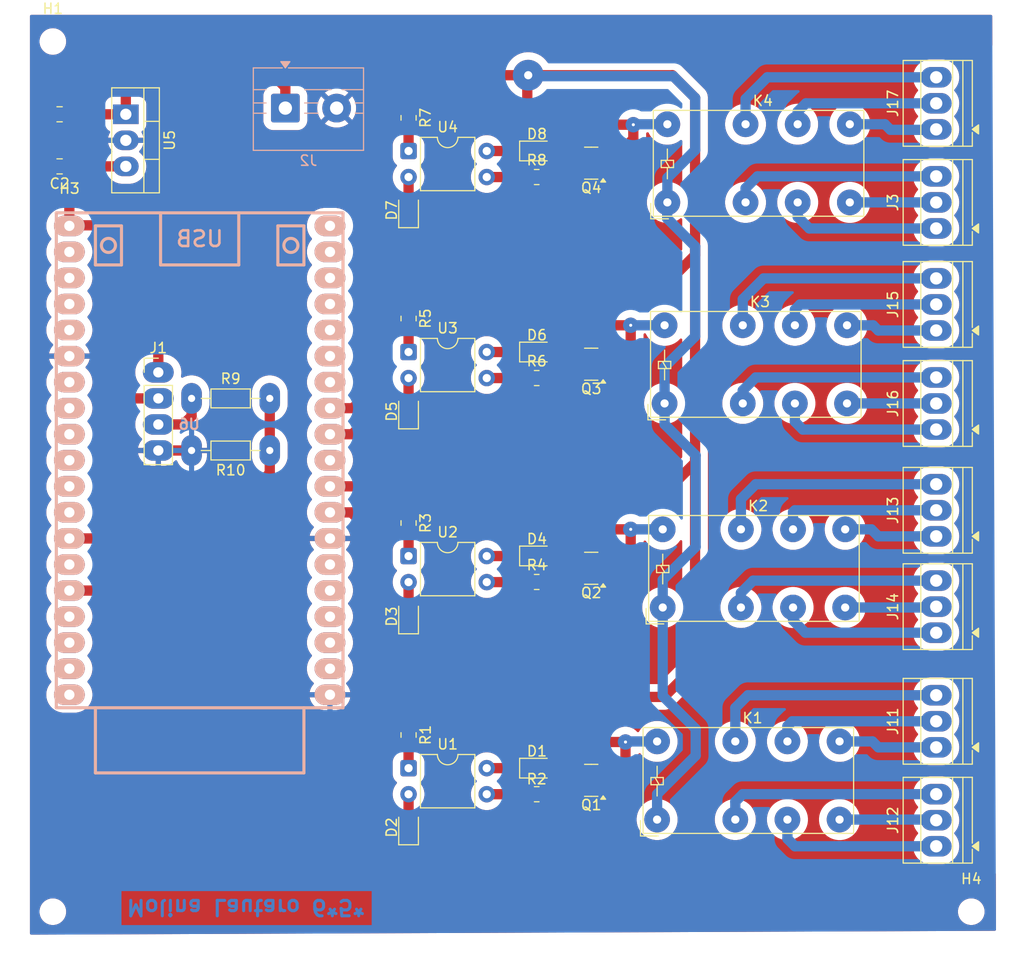
<source format=kicad_pcb>
(kicad_pcb (version 20241229) (generator "pcbnew") (generator_version "9.0")
  (layers (0 "F.Cu" signal) (2 "B.Cu" signal) (13 "F.Paste" user) (15 "B.Paste" user) (5 "F.SilkS" user "F.Silkscreen") (7 "B.SilkS" user "B.Silkscreen") (1 "F.Mask" user) (3 "B.Mask" user) (25 "Edge.Cuts" user))
  (net 0 "")
  (net 1 "Net-(D1-A)")
  (net 2 "Net-(D2-A)")
  (net 3 "GND")
  (net 4 "Net-(D3-A)")
  (net 5 "Net-(D4-A)")
  (net 6 "Net-(D5-A)")
  (net 7 "Net-(D6-A)")
  (net 8 "Net-(D7-A)")
  (net 9 "Net-(D8-A)")
  (net 10 "Net-(Q1-B)")
  (net 11 "Net-(Q2-B)")
  (net 12 "Net-(Q3-B)")
  (net 13 "Net-(Q4-B)")
  (net 14 "Net-(R1-Pad2)")
  (net 15 "Net-(R2-Pad1)")
  (net 16 "Net-(R3-Pad2)")
  (net 17 "Net-(R4-Pad1)")
  (net 18 "Net-(R5-Pad2)")
  (net 19 "Net-(R6-Pad1)")
  (net 20 "Net-(R7-Pad2)")
  (net 21 "Net-(R8-Pad1)")
  (net 22 "+5V")
  (net 23 "+12V")
  (net 24 "NC-1-11")
  (net 25 "NO-2-12")
  (net 26 "NC-2-13")
  (net 27 "CO-2-13")
  (net 28 "NO-2-13")
  (net 29 "NC-1-14")
  (net 30 "NO-1-14")
  (net 31 "CO-1-14")
  (net 32 "NC-2-15")
  (net 33 "CO-2-15")
  (net 34 "NO-2-15")
  (net 35 "NC-1-16")
  (net 36 "NO-1-16")
  (net 37 "CO-1-16")
  (net 38 "NO-2-17")
  (net 39 "NC-2-17")
  (net 40 "CO-2-17")
  (net 41 "NO-1-18")
  (net 42 "CO-1-18")
  (net 43 "NC-1-18")
  (net 44 "NC-2-12")
  (net 45 "CO-2-12")
  (net 46 "DATO K1")
  (net 47 "DATO K2")
  (net 48 "DATO K3")
  (net 49 "DATO K4")
  (net 77 "NO-1-11")
  (net 78 "CO-1-11")
  (net 79 "trig")
  (net 80 "echo")
  (net 81 "D echo")
  (footprint "TerminalBlock:TerminalBlock_Xinya_XY308-2.54-3P_1x03_P2.54mm_Horizontal" (layer "F.Cu") (at 119.18125 165.613 90)
    (property "Reference" "J11")
    (property "Value" "Screw_Terminal_01x03")
  )
  (footprint "Relay_THT:Relay_DPDT_Finder_30.22" (layer "F.Cu") (at 92.5285 151.9775)
    (property "Reference" "K2")
    (property "Value" "HK19F-DCxxV-SHC")
  )
  (footprint "TerminalBlock:TerminalBlock_Xinya_XY308-2.54-3P_1x03_P2.54mm_Horizontal" (layer "F.Cu") (at 119.18125 145.039 90)
    (property "Reference" "J13")
    (property "Value" "Screw_Terminal_01x03")
  )
  (footprint "TerminalBlock:TerminalBlock_Xinya_XY308-2.54-3P_1x03_P2.54mm_Horizontal" (layer "F.Cu") (at 119.18125 154.437 90)
    (property "Reference" "J14")
    (property "Value" "Screw_Terminal_01x03")
  )
  (footprint "MacroLib:TO-220-3_Vertical" (layer "F.Cu") (at 40.203 106.596 -90)
    (property "Reference" "U5")
    (property "Value" "L7805")
  )
  (footprint "Diode_SMD:D_0805_2012Metric" (layer "F.Cu") (at 80.2675 107.465)
    (property "Reference" "D8")
    (property "Value" "D")
  )
  (footprint "Package_DIP:DIP-4_W7.62mm" (layer "F.Cu") (at 67.75875 146.965)
    (property "Reference" "U2")
    (property "Value" "EL817")
  )
  (footprint "Package_TO_SOT_SMD:SOT-23" (layer "F.Cu") (at 85.56125 148.1525 180)
    (property "Reference" "Q2")
    (property "Value" "BF457")
  )
  (footprint "TerminalBlock:TerminalBlock_Xinya_XY308-2.54-3P_1x03_P2.54mm_Horizontal" (layer "F.Cu") (at 119.18125 115.0175 90)
    (property "Reference" "J3")
    (property "Value" "Screw_Terminal_01x03")
  )
  (footprint "Relay_THT:Relay_DPDT_Finder_30.22" (layer "F.Cu") (at 92.98125 112.4775)
    (property "Reference" "K4")
    (property "Value" "HK19F-DCxxV-SHC")
  )
  (footprint "TerminalBlock:TerminalBlock_Xinya_XY308-2.54-3P_1x03_P2.54mm_Horizontal" (layer "F.Cu") (at 119.18125 124.968 90)
    (property "Reference" "J15")
    (property "Value" "Screw_Terminal_01x03")
  )
  (footprint "TerminalBlock:TerminalBlock_Xinya_XY308-2.54-3P_1x03_P2.54mm_Horizontal" (layer "F.Cu") (at 119.18125 134.625 90)
    (property "Reference" "J16")
    (property "Value" "Screw_Terminal_01x03")
  )
  (footprint "TerminalBlock:TerminalBlock_Xinya_XY308-2.54-3P_1x03_P2.54mm_Horizontal" (layer "F.Cu") (at 119.18125 175.26 90)
    (property "Reference" "J12")
    (property "Value" "Screw_Terminal_01x03")
  )
  (footprint "Capacitor_SMD:C_0805_2012Metric" (layer "F.Cu") (at 33.75 108.966 180)
    (property "Reference" "C2")
    (property "Value" "0.1")
  )
  (footprint "LED_SMD:LED_0805_2012Metric" (layer "F.Cu") (at 67.75875 113.2575 90)
    (property "Reference" "D7")
    (property "Value" "LED")
  )
  (footprint "LED_SMD:LED_0805_2012Metric" (layer "F.Cu") (at 67.75875 152.8575 90)
    (property "Reference" "D3")
    (property "Value" "LED")
  )
  (footprint "Resistor_SMD:R_0805_2012Metric" (layer "F.Cu") (at 80.2475 110.005)
    (property "Reference" "R8")
    (property "Value" "510")
  )
  (footprint "MountingHole:MountingHole_2.1mm" (layer "F.Cu") (at 122.6 181.64)
    (property "Reference" "H4")
    (property "Value" "MountingHole")
  )
  (footprint "Diode_SMD:D_0805_2012Metric" (layer "F.Cu") (at 80.2675 127.0675)
    (property "Reference" "D6")
    (property "Value" "D")
  )
  (footprint "Resistor_SMD:R_0805_2012Metric" (layer "F.Cu") (at 80.2475 149.49)
    (property "Reference" "R4")
    (property "Value" "510")
  )
  (footprint "Package_TO_SOT_SMD:SOT-23" (layer "F.Cu") (at 85.56125 108.6525 180)
    (property "Reference" "Q4")
    (property "Value" "BF457")
  )
  (footprint "Package_DIP:DIP-4_W7.62mm" (layer "F.Cu") (at 67.75875 127.0675)
    (property "Reference" "U3")
    (property "Value" "EL817")
  )
  (footprint "LED_SMD:LED_0805_2012Metric" (layer "F.Cu") (at 67.75875 173.43 90)
    (property "Reference" "D2")
    (property "Value" "LED")
  )
  (footprint "Resistor_SMD:R_0805_2012Metric" (layer "F.Cu") (at 67.75875 123.8 -90)
    (property "Reference" "R5")
    (property "Value" "100")
  )
  (footprint "Resistor_THT:R_Axial_DIN0204_L3.6mm_D1.6mm_P7.62mm_Horizontal" (layer "F.Cu") (at 54.232 136.67 180)
    (property "Reference" "R10")
    (property "Value" "2k")
  )
  (footprint "Relay_THT:Relay_DPDT_Finder_30.22" (layer "F.Cu") (at 92.71 132.08)
    (property "Reference" "K3")
    (property "Value" "HK19F-DCxxV-SHC")
  )
  (footprint "TerminalBlock:TerminalBlock_Xinya_XY308-2.54-3P_1x03_P2.54mm_Horizontal" (layer "F.Cu") (at 119.18125 105.3575 90)
    (property "Reference" "J17")
    (property "Value" "Screw_Terminal_01x03" (hide yes))
  )
  (footprint "Resistor_SMD:R_0805_2012Metric" (layer "F.Cu") (at 67.75875 104.2325 -90)
    (property "Reference" "R7")
    (property "Value" "100")
  )
  (footprint "Resistor_SMD:R_0805_2012Metric" (layer "F.Cu") (at 67.75875 143.74 -90)
    (property "Reference" "R3")
    (property "Value" "100")
  )
  (footprint "LED_SMD:LED_0805_2012Metric" (layer "F.Cu") (at 67.75875 132.87 90)
    (property "Reference" "D5")
    (property "Value" "LED")
  )
  (footprint "Capacitor_SMD:C_0805_2012Metric" (layer "F.Cu") (at 33.75 103.886 180)
    (property "Reference" "C1" (hide yes))
    (property "Value" "0.33")
  )
  (footprint "Package_TO_SOT_SMD:SOT-23" (layer "F.Cu") (at 85.56125 128.255 180)
    (property "Reference" "Q3")
    (property "Value" "BF457")
  )
  (footprint "Resistor_SMD:R_0805_2012Metric" (layer "F.Cu") (at 80.2475 129.6075)
    (property "Reference" "R6")
    (property "Value" "510")
  )
  (footprint "Diode_SMD:D_0805_2012Metric" (layer "F.Cu") (at 80.2675 146.95)
    (property "Reference" "D4")
    (property "Value" "D")
  )
  (footprint "Resistor_SMD:R_0805_2012Metric" (layer "F.Cu") (at 80.2475 170.185)
    (property "Reference" "R2")
    (property "Value" "510")
  )
  (footprint "Connector_PinHeader_2.54mm:PinHeader_1x04_P2.54mm_Vertical" (layer "F.Cu") (at 43.37 129.05)
    (property "Reference" "J1")
    (property "Value" "Conn_01x04_Pin")
  )
  (footprint "Resistor_THT:R_Axial_DIN0204_L3.6mm_D1.6mm_P7.62mm_Horizontal" (layer "F.Cu") (at 46.612 131.59)
    (property "Reference" "R9")
    (property "Value" "1k")
  )
  (footprint "Relay_THT:Relay_DPDT_Finder_30.22" (layer "F.Cu") (at 91.98125 172.6575)
    (property "Reference" "K1")
    (property "Value" "HK19F-DCxxV-SHC")
  )
  (footprint "Diode_SMD:D_0805_2012Metric" (layer "F.Cu") (at 80.2675 167.645)
    (property "Reference" "D1")
    (property "Value" "D")
  )
  (footprint "MountingHole:MountingHole_2.1mm" (layer "F.Cu") (at 33.09 96.79)
    (property "Reference" "H1")
    (property "Value" "MountingHole")
  )
  (footprint "Package_DIP:DIP-4_W7.62mm" (layer "F.Cu") (at 67.75875 107.465)
    (property "Reference" "U4")
    (property "Value" "EL817" (hide yes))
  )
  (footprint "MountingHole:MountingHole_2.1mm" (layer "F.Cu") (at 33.09 181.64)
    (property "Reference" "H3")
    (property "Value" "MountingHole")
  )
  (footprint "Package_TO_SOT_SMD:SOT-23" (layer "F.Cu") (at 85.56125 168.8325 180)
    (property "Reference" "Q1")
    (property "Value" "BF457")
  )
  (footprint "Package_DIP:DIP-4_W7.62mm" (layer "F.Cu") (at 67.75875 167.645)
    (property "Reference" "U1")
    (property "Value" "EL817")
  )
  (footprint "Resistor_SMD:R_0805_2012Metric" (layer "F.Cu") (at 67.75875 164.41 -90)
    (property "Reference" "R1")
    (property "Value" "100")
  )
  (footprint "EESTN5:ESP32_DEVKITC" (layer "B.Cu") (at 47.4 137.625 90)
    (property "Reference" "U6")
    (property "Value" "ESP32_DEVKITC" (hide yes))
  )
  (footprint "TerminalBlock:TerminalBlock_MaiXu_MX126-5.0-02P_1x02_P5.00mm" (layer "B.Cu") (at 55.75 103.2825)
    (property "Reference" "J2")
    (property "Value" "Screw_Terminal_01x02")
  )
  (gr_text "+" (at 54.5 97 0) (layer "F.Cu") (effects (font (size 1.5 1.5) (thickness 0.3) (bold yes)) (justify left bottom)))
  (gr_text "no,nc,co" (at 124.5 127 90) (layer "F.Cu") (effects (font (size 1.5 1.5) (thickness 0.3) (bold yes)) (justify left bottom)))
  (gr_text "no,nc,co" (at 124.5 168 90) (layer "F.Cu") (effects (font (size 1.5 1.5) (thickness 0.3) (bold yes)) (justify left bottom)))
  (gr_text "-\n" (at 60 97 0) (layer "F.Cu") (effects (font (size 1.5 1.5) (thickness 0.3) (bold yes)) (justify left bottom)))
  (gr_text "no,nc,co" (at 124.5 107.5 90) (layer "F.Cu") (effects (font (size 1.5 1.5) (thickness 0.3) (bold yes)) (justify left bottom)))
  (gr_text "nc,no,co" (at 124.5 137 90) (layer "F.Cu") (effects (font (size 1.5 1.5) (thickness 0.3) (bold yes)) (justify left bottom)))
  (gr_text "nc,no,co" (at 124.5 117.5 90) (layer "F.Cu") (effects (font (size 1.5 1.5) (thickness 0.3) (bold yes)) (justify left bottom)))
  (gr_text "no,nc,co" (at 124.5 147.5 90) (layer "F.Cu") (effects (font (size 1.5 1.5) (thickness 0.3) (bold yes)) (justify left bottom)))
  (gr_text "nc,no,co" (at 124.5 177.5 90) (layer "F.Cu") (effects (font (size 1.5 1.5) (thickness 0.3) (bold yes)) (justify left bottom)))
  (gr_text "nc,no,co" (at 124.5 157.5 90) (layer "F.Cu") (effects (font (size 1.5 1.5) (thickness 0.3) (bold yes)) (justify left bottom)))
  (gr_text "Molina Lautaro 6*5*" (at 40.132 180.34 180) (layer "B.Cu") (effects (font (size 1.5 1.5) (thickness 0.3) (bold yes)) (justify left bottom mirror)))
  (segment (start 81.205 166.385) (end 81.205 167.645) (width 1) (layer "F.Cu") (net 1))
  (segment (start 82.495 165.095) (end 81.205 166.385) (width 1) (layer "F.Cu") (net 1))
  (segment (start 91.92375 165.095) (end 91.98125 165.0375) (width 0.2) (layer "F.Cu") (net 1))
  (segment (start 86.18125 165.095) (end 88.9 165.095) (width 1) (layer "F.Cu") (net 1))
  (segment (start 88.9 165.095) (end 88.9 167.31) (width 1) (layer "F.Cu") (net 1))
  (segment (start 88.9 167.31) (end 88.3275 167.8825) (width 1) (layer "F.Cu") (net 1))
  (segment (start 86.18125 165.095) (end 82.495 165.095) (width 1) (layer "F.Cu") (net 1))
  (segment (start 88.3275 167.8825) (end 86.49875 167.8825) (width 1) (layer "F.Cu") (net 1))
  (segment (start 86.11875 165.1575) (end 86.18125 165.095) (width 0.2) (layer "F.Cu") (net 1))
  (via (at 88.9 165.095) (size 1.5) (drill 0.3) (layers "F.Cu" "B.Cu") (net 1))
  (segment (start 91.98125 165.0375) (end 88.9575 165.0375) (width 1) (layer "B.Cu") (net 1))
  (segment (start 88.9575 165.0375) (end 88.9 165.095) (width 0.2) (layer "B.Cu") (net 1))
  (segment (start 67.75875 172.4925) (end 67.75875 170.185) (width 1) (layer "F.Cu") (net 2))
  (segment (start 43.37 136.67) (end 46.612 136.67) (width 1) (layer "F.Cu") (net 3))
  (segment (start 67.75875 149.505) (end 67.75875 151.92) (width 1) (layer "F.Cu") (net 4))
  (segment (start 88.4975 147.2025) (end 89.408 146.292) (width 1) (layer "F.Cu") (net 5))
  (segment (start 86.49875 147.2025) (end 88.4975 147.2025) (width 1) (layer "F.Cu") (net 5))
  (segment (start 82.2625 144.3575) (end 89.408 144.3575) (width 1) (layer "F.Cu") (net 5))
  (segment (start 89.408 146.292) (end 89.408 144.3575) (width 1) (layer "F.Cu") (net 5))
  (segment (start 81.205 145.415) (end 82.2625 144.3575) (width 1) (layer "F.Cu") (net 5))
  (segment (start 81.205 146.95) (end 81.205 145.415) (width 1) (layer "F.Cu") (net 5))
  (via (at 89.408 144.3575) (size 1.5) (drill 0.3) (layers "F.Cu" "B.Cu") (net 5))
  (segment (start 92.5285 144.3575) (end 89.408 144.3575) (width 1) (layer "B.Cu") (net 5))
  (segment (start 67.75875 131.9325) (end 67.75875 129.6075) (width 1) (layer "F.Cu") (net 6))
  (segment (start 89.423 124.475) (end 89.408 124.46) (width 1) (layer "F.Cu") (net 7))
  (segment (start 89.408 124.46) (end 89.408 126.202) (width 1) (layer "F.Cu") (net 7))
  (segment (start 88.305 127.305) (end 86.49875 127.305) (width 1) (layer "F.Cu") (net 7))
  (segment (start 81.205 125.635) (end 81.205 127.0675) (width 1) (layer "F.Cu") (net 7))
  (segment (start 89.408 124.46) (end 82.38 124.46) (width 1) (layer "F.Cu") (net 7))
  (segment (start 82.38 124.46) (end 81.205 125.635) (width 1) (layer "F.Cu") (net 7))
  (segment (start 89.408 126.202) (end 88.305 127.305) (width 1) (layer "F.Cu") (net 7))
  (via (at 89.408 124.46) (size 1.5) (drill 0.3) (layers "F.Cu" "B.Cu") (net 7))
  (segment (start 92.71 124.46) (end 89.408 124.46) (width 1) (layer "B.Cu") (net 7))
  (segment (start 67.75875 112.32) (end 67.75875 110.005) (width 1) (layer "F.Cu") (net 8))
  (segment (start 67.818 110.0775) (end 67.823 110.0825) (width 0.2) (layer "F.Cu") (net 8))
  (segment (start 89.662 104.902) (end 89.662 106.298) (width 1) (layer "F.Cu") (net 9))
  (segment (start 88.2575 107.7025) (end 86.49875 107.7025) (width 1) (layer "F.Cu") (net 9))
  (segment (start 89.662 106.298) (end 88.2575 107.7025) (width 1) (layer "F.Cu") (net 9))
  (segment (start 89.5835 104.8235) (end 89.662 104.902) (width 1) (layer "F.Cu") (net 9))
  (segment (start 81.205 107.465) (end 81.205 106.295) (width 1) (layer "F.Cu") (net 9))
  (segment (start 82.598 104.902) (end 89.662 104.902) (width 1) (layer "F.Cu") (net 9))
  (segment (start 89.7065 104.8575) (end 89.662 104.902) (width 0.2) (layer "F.Cu") (net 9))
  (segment (start 81.205 106.295) (end 82.598 104.902) (width 1) (layer "F.Cu") (net 9))
  (via (at 89.662 104.902) (size 1.5) (drill 0.3) (layers "F.Cu" "B.Cu") (net 9))
  (segment (start 92.98125 104.8575) (end 89.7065 104.8575) (width 1) (layer "B.Cu") (net 9))
  (segment (start 89.7065 104.8575) (end 89.662 104.902) (width 0.2) (layer "B.Cu") (net 9))
  (segment (start 84.62375 168.8325) (end 83.7475 168.8325) (width 1) (layer "F.Cu") (net 10))
  (segment (start 82.395 170.185) (end 81.16 170.185) (width 1) (layer "F.Cu") (net 10))
  (segment (start 83.7475 168.8325) (end 82.395 170.185) (width 1) (layer "F.Cu") (net 10))
  (segment (start 81.16 149.49) (end 82.14 149.49) (width 1) (layer "F.Cu") (net 11))
  (segment (start 82.14 149.49) (end 83.4775 148.1525) (width 1) (layer "F.Cu") (net 11))
  (segment (start 83.4775 148.1525) (end 84.62375 148.1525) (width 1) (layer "F.Cu") (net 11))
  (segment (start 84.62375 128.255) (end 83.535 128.255) (width 1) (layer "F.Cu") (net 12))
  (segment (start 82.1825 129.6075) (end 81.16 129.6075) (width 1) (layer "F.Cu") (net 12))
  (segment (start 83.535 128.255) (end 82.1825 129.6075) (width 1) (layer "F.Cu") (net 12))
  (segment (start 82.125 110.005) (end 83.4775 108.6525) (width 1) (layer "F.Cu") (net 13))
  (segment (start 83.4775 108.6525) (end 84.62375 108.6525) (width 1) (layer "F.Cu") (net 13))
  (segment (start 81.16 110.005) (end 82.125 110.005) (width 1) (layer "F.Cu") (net 13))
  (segment (start 67.75875 167.645) (end 67.75875 165.3225) (width 1) (layer "F.Cu") (net 14))
  (segment (start 75.37875 170.185) (end 79.335 170.185) (width 1) (layer "F.Cu") (net 15))
  (segment (start 67.75875 146.965) (end 67.75875 144.6525) (width 1) (layer "F.Cu") (net 16))
  (segment (start 75.81375 149.505) (end 79.32 149.505) (width 1) (layer "F.Cu") (net 17))
  (segment (start 79.32 149.505) (end 79.335 149.49) (width 1) (layer "F.Cu") (net 17))
  (segment (start 67.75875 127.0675) (end 67.75875 124.7125) (width 1) (layer "F.Cu") (net 18))
  (segment (start 75.06375 129.505) (end 75.37875 129.82) (width 0.2) (layer "F.Cu") (net 19))
  (segment (start 75.37875 129.6075) (end 79.335 129.6075) (width 1) (layer "F.Cu") (net 19))
  (segment (start 67.75875 107.465) (end 67.75875 105.145) (width 1) (layer "F.Cu") (net 20))
  (segment (start 75.37875 110.005) (end 79.335 110.005) (width 1) (layer "F.Cu") (net 21))
  (segment (start 75.443 110.0825) (end 75.438 110.0775) (width 1) (layer "F.Cu") (net 21))
  (segment (start 43.37 117.95) (end 43.37 129.05) (width 1) (layer "F.Cu") (net 22))
  (segment (start 34.7 114.765) (end 34.7 108.966) (width 1) (layer "F.Cu") (net 22))
  (segment (start 34.754 114.711) (end 34.7 114.765) (width 0.2) (layer "F.Cu") (net 22))
  (segment (start 40.131 114.711) (end 43.37 117.95) (width 1) (layer "F.Cu") (net 22))
  (segment (start 34.754 114.711) (end 40.131 114.711) (width 1) (layer "F.Cu") (net 22))
  (segment (start 34.7 108.966) (end 40.203 108.966) (width 1) (layer "F.Cu") (net 22))
  (segment (start 53.5 100.076) (end 54.576 100.076) (width 1) (layer "F.Cu") (net 23))
  (segment (start 92.65125 160.7) (end 95.68125 157.67) (width 1) (layer "F.Cu") (net 23))
  (segment (start 40.203 100.297) (end 40.203 103.886) (width 1) (layer "F.Cu") (net 23))
  (segment (start 95.68125 117.61875) (end 95.68125 116.76) (width 1) (layer "F.Cu") (net 23))
  (segment (start 79.33 100.166) (end 79.42 100.076) (width 1) (layer "F.Cu") (net 23))
  (segment (start 84.0625 139.7) (end 93.83875 139.7) (width 1) (layer "F.Cu") (net 23))
  (segment (start 79.33 165.8) (end 79.33 167.645) (width 1) (layer "F.Cu") (net 23))
  (segment (start 83.95 119.39) (end 93.91 119.39) (width 1) (layer "F.Cu") (net 23))
  (segment (start 79.33 127.0675) (end 79.33 124.01) (width 1) (layer "F.Cu") (net 23))
  (segment (start 75.81375 146.965) (end 79.315 146.965) (width 1) (layer "F.Cu") (net 23))
  (segment (start 40.424 100.076) (end 52 100.076) (width 1) (layer "F.Cu") (net 23))
  (segment (start 84.43 160.7) (end 92.65125 160.7) (width 1) (layer "F.Cu") (net 23))
  (segment (start 93.91 119.39) (end 95.68125 117.61875) (width 1) (layer "F.Cu") (net 23))
  (segment (start 95.68125 102.28525) (end 93.472 100.076) (width 1) (layer "F.Cu") (net 23))
  (segment (start 52 100.076) (end 53.5 100.076) (width 1) (layer "F.Cu") (net 23))
  (segment (start 54.576 100.076) (end 55.75 101.25) (width 1) (layer "F.Cu") (net 23))
  (segment (start 93.472 100.076) (end 79.42 100.076) (width 1) (layer "F.Cu") (net 23))
  (segment (start 52 100.076) (end 52.576 100.076) (width 0.2) (layer "F.Cu") (net 23))
  (segment (start 40.424 100.076) (end 40.203 100.297) (width 1) (layer "F.Cu") (net 23))
  (segment (start 34.7 103.886) (end 40.203 103.886) (width 1) (layer "F.Cu") (net 23))
  (segment (start 95.68125 116.76) (end 95.68125 102.28525) (width 1) (layer "F.Cu") (net 23))
  (segment (start 79.33 107.465) (end 79.33 100.166) (width 1) (layer "F.Cu") (net 23))
  (segment (start 84.43 160.7) (end 79.33 165.8) (width 1) (layer "F.Cu") (net 23))
  (segment (start 93.83875 139.7) (end 95.68125 137.8575) (width 1) (layer "F.Cu") (net 23))
  (segment (start 79.315 146.965) (end 79.33 146.95) (width 1) (layer "F.Cu") (net 23))
  (segment (start 55.75 101.25) (end 55.75 103.2825) (width 1) (layer "F.Cu") (net 23))
  (segment (start 95.68125 137.8575) (end 95.68125 116.76) (width 1) (layer "F.Cu") (net 23))
  (segment (start 79.33 146.95) (end 79.33 144.4325) (width 1) (layer "F.Cu") (net 23))
  (segment (start 95.68125 137.8575) (end 95.68125 157.67) (width 1) (layer "F.Cu") (net 23))
  (segment (start 79.33 144.4325) (end 84.0625 139.7) (width 1) (layer "F.Cu") (net 23))
  (segment (start 79.33 167.645) (end 75.37875 167.645) (width 1) (layer "F.Cu") (net 23))
  (segment (start 53.5 100.076) (end 79.42 100.076) (width 1) (layer "F.Cu") (net 23))
  (segment (start 79.33 127.0675) (end 75.37875 127.0675) (width 1) (layer "F.Cu") (net 23))
  (segment (start 75.37875 107.465) (end 79.33 107.465) (width 1) (layer "F.Cu") (net 23))
  (segment (start 79.33 124.01) (end 83.95 119.39) (width 1) (layer "F.Cu") (net 23))
  (via (at 79.42 100.076) (size 3) (drill 0.8) (layers "F.Cu" "B.Cu") (net 23))
  (segment (start 92.5285 149.2795) (end 92.5285 151.9775) (width 1) (layer "B.Cu") (net 23))
  (segment (start 95.69 107.383) (end 92.98125 110.09175) (width 1) (layer "B.Cu") (net 23))
  (segment (start 92.5285 151.9775) (end 92.5285 160.6005) (width 1) (layer "B.Cu") (net 23))
  (segment (start 79.42 100.076) (end 79.514 100.17) (width 1) (layer "B.Cu") (net 23))
  (segment (start 92.71 128.524) (end 92.71 132.08) (width 1) (layer "B.Cu") (net 23))
  (segment (start 95.69 125.544) (end 92.71 128.524) (width 1) (layer "B.Cu") (net 23))
  (segment (start 92.98125 110.09175) (end 92.98125 112.4775) (width 1) (layer "B.Cu") (net 23))
  (segment (start 92.71 134.112) (end 95.74 137.142) (width 1) (layer "B.Cu") (net 23))
  (segment (start 92.964 114.046) (end 95.69 116.772) (width 1) (layer "B.Cu") (net 23))
  (segment (start 92.98125 112.4775) (end 92.964 112.49475) (width 1) (layer "B.Cu") (net 23))
  (segment (start 95.69 116.772) (end 95.69 125.544) (width 1) (layer "B.Cu") (net 23))
  (segment (start 95.69 102.294) (end 95.69 107.383) (width 1) (layer "B.Cu") (net 23))
  (segment (start 95.74 166.42125) (end 91.98125 170.18) (width 1) (layer "B.Cu") (net 23))
  (segment (start 95.74 137.142) (end 95.74 146.068) (width 1) (layer "B.Cu") (net 23))
  (segment (start 92.964 112.49475) (end 92.964 114.046) (width 1) (layer "B.Cu") (net 23))
  (segment (start 95.74 146.068) (end 92.5285 149.2795) (width 1) (layer "B.Cu") (net 23))
  (segment (start 92.5285 160.6005) (end 95.74 163.812) (width 1) (layer "B.Cu") (net 23))
  (segment (start 79.514 100.17) (end 93.566 100.17) (width 1) (layer "B.Cu") (net 23))
  (segment (start 93.566 100.17) (end 95.69 102.294) (width 1) (layer "B.Cu") (net 23))
  (segment (start 91.98125 170.18) (end 91.98125 172.6575) (width 1) (layer "B.Cu") (net 23))
  (segment (start 95.74 163.812) (end 95.74 166.42125) (width 1) (layer "B.Cu") (net 23))
  (segment (start 92.71 132.08) (end 92.71 134.112) (width 1) (layer "B.Cu") (net 23))
  (segment (start 104.68125 174.53125) (end 105.41 175.26) (width 1) (layer "B.Cu") (net 24))
  (segment (start 104.68125 172.6575) (end 104.68125 174.53125) (width 1) (layer "B.Cu") (net 24))
  (segment (start 105.41 175.26) (end 119.126 175.26) (width 1) (layer "B.Cu") (net 24))
  (segment (start 113.543 165.613) (end 119.0975 165.613) (width 1) (layer "B.Cu") (net 25))
  (segment (start 112.9675 165.0375) (end 113.543 165.613) (width 1) (layer "B.Cu") (net 25))
  (segment (start 109.76125 165.0375) (end 112.9675 165.0375) (width 1) (layer "B.Cu") (net 25))
  (segment (start 105.2285 142.6755) (end 105.41 142.494) (width 1) (layer "B.Cu") (net 26))
  (segment (start 105.41 142.494) (end 105.415 142.499) (width 0.2) (layer "B.Cu") (net 26))
  (segment (start 105.2285 144.3575) (end 105.2285 142.6755) (width 1) (layer "B.Cu") (net 26))
  (segment (start 105.415 142.499) (end 119.0975 142.499) (width 1) (layer "B.Cu") (net 26))
  (segment (start 100.1485 144.3575) (end 100.1485 141.4055) (width 1) (layer "B.Cu") (net 27))
  (segment (start 101.595 139.959) (end 119.0975 139.959) (width 1) (layer "B.Cu") (net 27))
  (segment (start 100.1485 141.4055) (end 101.595 139.959) (width 1) (layer "B.Cu") (net 27))
  (segment (start 110.3085 144.3575) (end 112.8615 144.3575) (width 1) (layer "B.Cu") (net 28))
  (segment (start 113.543 145.039) (end 119.0975 145.039) (width 1) (layer "B.Cu") (net 28))
  (segment (start 112.8615 144.3575) (end 113.543 145.039) (width 1) (layer "B.Cu") (net 28))
  (segment (start 106.431 154.437) (end 119.0975 154.437) (width 1) (layer "B.Cu") (net 29))
  (segment (start 105.2285 153.2345) (end 106.431 154.437) (width 1) (layer "B.Cu") (net 29))
  (segment (start 105.2285 151.9775) (end 105.2285 153.2345) (width 1) (layer "B.Cu") (net 29))
  (segment (start 119.017 151.9775) (end 119.0975 151.897) (width 0.2) (layer "B.Cu") (net 30))
  (segment (start 110.3085 151.9775) (end 119.017 151.9775) (width 1) (layer "B.Cu") (net 30))
  (segment (start 100.1485 151.9775) (end 100.1485 150.5495) (width 1) (layer "B.Cu") (net 31))
  (segment (start 101.341 149.357) (end 119.0975 149.357) (width 1) (layer "B.Cu") (net 31))
  (segment (start 100.1485 150.5495) (end 101.341 149.357) (width 1) (layer "B.Cu") (net 31))
  (segment (start 105.918 122.428) (end 119.0975 122.428) (width 1) (layer "B.Cu") (net 32))
  (segment (start 105.41 122.936) (end 105.918 122.428) (width 1) (layer "B.Cu") (net 32))
  (segment (start 105.41 124.46) (end 105.41 122.936) (width 1) (layer "B.Cu") (net 32))
  (segment (start 100.33 121.92) (end 102.362 119.888) (width 1) (layer "B.Cu") (net 33))
  (segment (start 100.33 124.46) (end 100.33 121.92) (width 1) (layer "B.Cu") (net 33))
  (segment (start 102.362 119.888) (end 119.0975 119.888) (width 1) (layer "B.Cu") (net 33))
  (segment (start 110.49 124.46) (end 113.03 124.46) (width 1) (layer "B.Cu") (net 34))
  (segment (start 113.538 124.968) (end 119.0975 124.968) (width 1) (layer "B.Cu") (net 34))
  (segment (start 113.03 124.46) (end 113.538 124.968) (width 1) (layer "B.Cu") (net 34))
  (segment (start 105.41 133.858) (end 106.177 134.625) (width 1) (layer "B.Cu") (net 35))
  (segment (start 105.41 132.08) (end 105.41 133.858) (width 1) (layer "B.Cu") (net 35))
  (segment (start 106.177 134.625) (end 119.126 134.625) (width 1) (layer "B.Cu") (net 35))
  (segment (start 119.121 132.08) (end 119.126 132.085) (width 0.2) (layer "B.Cu") (net 36))
  (segment (start 110.49 132.08) (end 119.121 132.08) (width 1) (layer "B.Cu") (net 36))
  (segment (start 101.595 129.545) (end 119.126 129.545) (width 1) (layer "B.Cu") (net 37))
  (segment (start 100.33 132.08) (end 100.33 130.81) (width 1) (layer "B.Cu") (net 37))
  (segment (start 100.33 130.81) (end 101.595 129.545) (width 1) (layer "B.Cu") (net 37))
  (segment (start 118.89875 105.4025) (end 114.72625 105.4025) (width 1) (layer "B.Cu") (net 38))
  (segment (start 114.72625 105.4025) (end 114.18125 104.8575) (width 1) (layer "B.Cu") (net 38))
  (segment (start 114.18125 104.8575) (end 110.76125 104.8575) (width 1) (layer "B.Cu") (net 38))
  (segment (start 119.18125 102.8175) (end 106.4825 102.8175) (width 1) (layer "B.Cu") (net 39))
  (segment (start 105.68125 103.61875) (end 105.68125 104.8575) (width 1) (layer "B.Cu") (net 39))
  (segment (start 106.4825 102.8175) (end 105.68125 103.61875) (width 1) (layer "B.Cu") (net 39))
  (segment (start 102.7225 100.2775) (end 119.18125 100.2775) (width 1) (layer "B.Cu") (net 40))
  (segment (start 100.60125 104.8575) (end 100.60125 102.39875) (width 1) (layer "B.Cu") (net 40))
  (segment (start 100.60125 102.39875) (end 102.7225 100.2775) (width 1) (layer "B.Cu") (net 40))
  (segment (start 110.76125 112.4775) (end 119.5 112.4775) (width 1) (layer "B.Cu") (net 41))
  (segment (start 100.60125 112.4775) (end 100.60125 111.09875) (width 1) (layer "B.Cu") (net 42))
  (segment (start 100.60125 111.09875) (end 101.7625 109.9375) (width 1) (layer "B.Cu") (net 42))
  (segment (start 101.7625 109.9375) (end 119.5 109.9375) (width 1) (layer "B.Cu") (net 42))
  (segment (start 105.68125 113.88125) (end 105.68125 112.4775) (width 1) (layer "B.Cu") (net 43))
  (segment (start 106.8175 115.0175) (end 119.5 115.0175) (width 1) (layer "B.Cu") (net 43))
  (segment (start 106.8175 115.0175) (end 105.68125 113.88125) (width 1) (layer "B.Cu") (net 43))
  (segment (start 104.68125 163.54275) (end 105.156 163.068) (width 1) (layer "B.Cu") (net 44))
  (segment (start 105.156 163.068) (end 105.161 163.073) (width 0.2) (layer "B.Cu") (net 44))
  (segment (start 104.68125 165.0375) (end 104.68125 163.54275) (width 1) (layer "B.Cu") (net 44))
  (segment (start 105.161 163.073) (end 119.0975 163.073) (width 1) (layer "B.Cu") (net 44))
  (segment (start 100.843 160.533) (end 119.0975 160.533) (width 1) (layer "B.Cu") (net 45))
  (segment (start 99.60125 165.0375) (end 99.60125 161.76475) (width 1) (layer "B.Cu") (net 45))
  (segment (start 99.60125 161.76475) (end 100.838 160.528) (width 1) (layer "B.Cu") (net 45))
  (segment (start 100.838 160.528) (end 100.843 160.533) (width 0.2) (layer "B.Cu") (net 45))
  (segment (start 63.9075 157.5175) (end 67.75875 161.36875) (width 1) (layer "F.Cu") (net 46))
  (segment (start 62.187 142.705) (end 63.9075 144.4255) (width 1) (layer "F.Cu") (net 46))
  (segment (start 67.75875 161.36875) (end 67.75875 163.4975) (width 1) (layer "F.Cu") (net 46))
  (segment (start 60.1 142.705) (end 62.187 142.705) (width 1) (layer "F.Cu") (net 46))
  (segment (start 63.9075 144.4255) (end 63.9075 157.5175) (width 1) (layer "F.Cu") (net 46))
  (segment (start 63.711 140.165) (end 60.1 140.165) (width 1) (layer "F.Cu") (net 47))
  (segment (start 63.711 140.165) (end 66.3735 142.8275) (width 1) (layer "F.Cu") (net 47))
  (segment (start 66.3735 142.8275) (end 67.75875 142.8275) (width 1) (layer "F.Cu") (net 47))
  (segment (start 62.273 135.085) (end 65.01 132.348) (width 1) (layer "F.Cu") (net 48))
  (segment (start 65.01 123.57) (end 65.6925 122.8875) (width 1) (layer "F.Cu") (net 48))
  (segment (start 65.01 132.348) (end 65.01 123.57) (width 1) (layer "F.Cu") (net 48))
  (segment (start 60.1 135.085) (end 62.273 135.085) (width 1) (layer "F.Cu") (net 48))
  (segment (start 65.6925 122.8875) (end 67.75875 122.8875) (width 1) (layer "F.Cu") (net 48))
  (segment (start 60.1 132.545) (end 62.336712 132.545) (width 1) (layer "F.Cu") (net 49))
  (segment (start 63.17 105.77) (end 65.62 103.32) (width 1) (layer "F.Cu") (net 49))
  (segment (start 62.336712 132.545) (end 63.17 131.711712) (width 1) (layer "F.Cu") (net 49))
  (segment (start 65.62 103.32) (end 67.75875 103.32) (width 1) (layer "F.Cu") (net 49))
  (segment (start 63.17 131.711712) (end 63.17 105.77) (width 1) (layer "F.Cu") (net 49))
  (segment (start 109.76125 172.6575) (end 119.0635 172.6575) (width 1) (layer "B.Cu") (net 77))
  (segment (start 119.0635 172.6575) (end 119.126 172.72) (width 0.2) (layer "B.Cu") (net 77))
  (segment (start 100.33 170.18) (end 119.126 170.18) (width 1) (layer "B.Cu") (net 78))
  (segment (start 99.60125 170.90875) (end 100.33 170.18) (width 1) (layer "B.Cu") (net 78))
  (segment (start 99.60125 172.6575) (end 99.60125 170.90875) (width 1) (layer "B.Cu") (net 78))
  (segment (start 38.35 144.26) (end 37.365 145.245) (width 1) (layer "F.Cu") (net 79))
  (segment (start 37.365 145.245) (end 34.7 145.245) (width 1) (layer "F.Cu") (net 79))
  (segment (start 43.37 131.59) (end 40.87 131.59) (width 1) (layer "F.Cu") (net 79))
  (segment (start 38.35 134.11) (end 38.35 144.26) (width 1) (layer "F.Cu") (net 79))
  (segment (start 40.87 131.59) (end 38.35 134.11) (width 1) (layer "F.Cu") (net 79))
  (segment (start 46.612 131.59) (end 46.612 133.322) (width 1) (layer "F.Cu") (net 80))
  (segment (start 45.804 134.13) (end 43.37 134.13) (width 1) (layer "F.Cu") (net 80))
  (segment (start 46.612 133.322) (end 45.804 134.13) (width 1) (layer "F.Cu") (net 80))
  (segment (start 40.58 141.55) (end 40.58 149.37) (width 1) (layer "F.Cu") (net 81))
  (segment (start 54.232 138.882) (end 53.372 139.742) (width 1) (layer "F.Cu") (net 81))
  (segment (start 54.232 131.59) (end 54.232 136.67) (width 1) (layer "F.Cu") (net 81))
  (segment (start 40.58 149.37) (end 39.625 150.325) (width 1) (layer "F.Cu") (net 81))
  (segment (start 54.232 136.67) (end 54.232 138.882) (width 1) (layer "F.Cu") (net 81))
  (segment (start 42.388 139.742) (end 40.58 141.55) (width 1) (layer "F.Cu") (net 81))
  (segment (start 53.372 139.742) (end 42.388 139.742) (width 1) (layer "F.Cu") (net 81))
  (segment (start 39.625 150.325) (end 34.7 150.325) (width 1) (layer "F.Cu") (net 81))
  (zone (net 3) (net_name "GND") (layers "F.Cu" "B.Cu") (connect_pads (clearance 0.5)) (min_thickness 0.25) (fill yes (thermal_gap 0.5) (thermal_bridge_width 0.5))
    (polygon (pts (xy 30.86 183.88) (xy 125.01 183.5) (xy 124.64 94.19) (xy 30.86 94.19)))
  )
)
</source>
